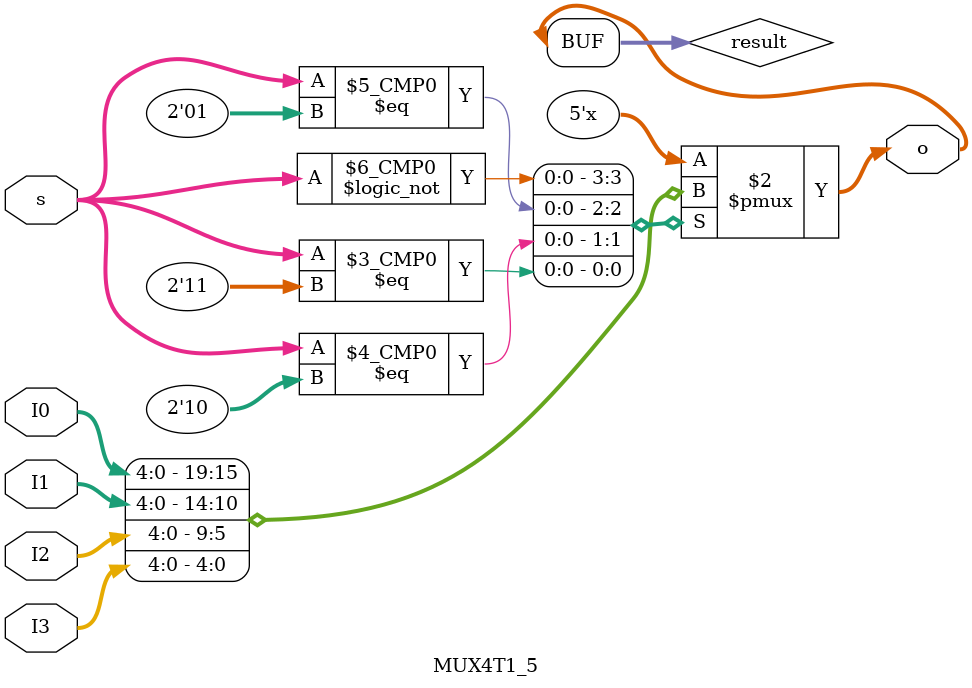
<source format=v>
`timescale 1ns / 1ps


module MUX4T1_5(
    input [1:0] s,
    input [4:0] I0,
    input [4:0] I1,
    input [4:0] I2,
    input [4:0] I3,
    output [4:0] o
    );
    reg [4:0] result;
    always @(*)
        case(s)
            2'b00: result = I0;
            2'b01: result = I1;    
            2'b10: result = I2;
            2'b11: result = I3;          
        endcase 
     assign o = result;   
endmodule

</source>
